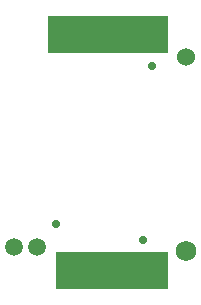
<source format=gbs>
G04 Layer: BottomSolderMaskLayer*
G04 EasyEDA v6.5.15, 2022-10-03 21:12:50*
G04 fb6dd305ba754b819a97ba8624fd114e,51c7c353d140458ba7ebdfa259124d39,10*
G04 Gerber Generator version 0.2*
G04 Scale: 100 percent, Rotated: No, Reflected: No *
G04 Dimensions in millimeters *
G04 leading zeros omitted , absolute positions ,4 integer and 5 decimal *
%FSLAX45Y45*%
%MOMM*%

%ADD10C,1.5240*%
%ADD11C,1.7272*%
%ADD12C,0.7112*%
%ADD13C,1.5020*%
%ADD14C,1.5016*%

%LPD*%
D10*
G01*
X650798Y818895D03*
D11*
G01*
X650798Y-819404D03*
D12*
G01*
X358698Y742695D03*
G01*
X282498Y-730504D03*
G01*
X-454101Y-590804D03*
D13*
G01*
X-809599Y-787400D03*
D14*
G01*
X-609600Y-787400D03*
G36*
X-454710Y-831824D02*
G01*
X495477Y-831824D01*
X495477Y-1141983D01*
X-454710Y-1141983D01*
G37*
G36*
X-514680Y1166571D02*
G01*
X495477Y1166571D01*
X495477Y856411D01*
X-514680Y856411D01*
G37*
M02*

</source>
